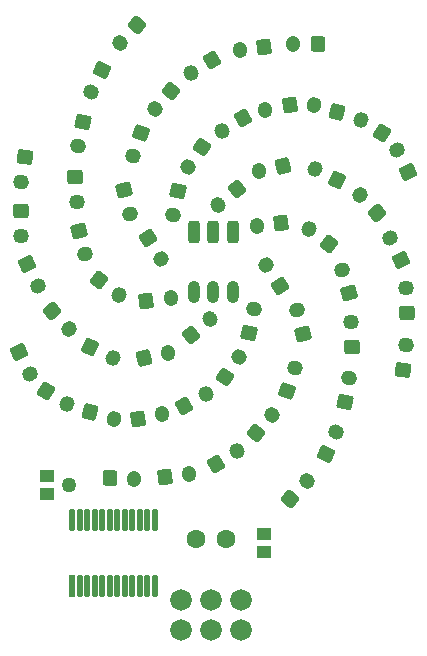
<source format=gts>
G04*
G04 #@! TF.GenerationSoftware,Altium Limited,CircuitStudio,1.5.2 (30)*
G04*
G04 Layer_Color=16750848*
%FSLAX25Y25*%
%MOIN*%
G70*
G01*
G75*
G04:AMPARAMS|DCode=85|XSize=48mil|YSize=52mil|CornerRadius=21.6mil|HoleSize=0mil|Usage=FLASHONLY|Rotation=47.000|XOffset=0mil|YOffset=0mil|HoleType=Round|Shape=RoundedRectangle|*
%AMROUNDEDRECTD85*
21,1,0.04800,0.00880,0,0,47.0*
21,1,0.00480,0.05200,0,0,47.0*
1,1,0.04320,0.00486,-0.00125*
1,1,0.04320,0.00158,-0.00476*
1,1,0.04320,-0.00486,0.00125*
1,1,0.04320,-0.00158,0.00476*
%
%ADD85ROUNDEDRECTD85*%
G04:AMPARAMS|DCode=86|XSize=48mil|YSize=52mil|CornerRadius=8.4mil|HoleSize=0mil|Usage=FLASHONLY|Rotation=47.000|XOffset=0mil|YOffset=0mil|HoleType=Round|Shape=RoundedRectangle|*
%AMROUNDEDRECTD86*
21,1,0.04800,0.03520,0,0,47.0*
21,1,0.03120,0.05200,0,0,47.0*
1,1,0.01680,0.02351,-0.00059*
1,1,0.01680,0.00223,-0.02341*
1,1,0.01680,-0.02351,0.00059*
1,1,0.01680,-0.00223,0.02341*
%
%ADD86ROUNDEDRECTD86*%
%ADD87O,0.04100X0.07400*%
G04:AMPARAMS|DCode=88|XSize=41mil|YSize=74mil|CornerRadius=10.6mil|HoleSize=0mil|Usage=FLASHONLY|Rotation=0.000|XOffset=0mil|YOffset=0mil|HoleType=Round|Shape=RoundedRectangle|*
%AMROUNDEDRECTD88*
21,1,0.04100,0.05280,0,0,0.0*
21,1,0.01980,0.07400,0,0,0.0*
1,1,0.02120,0.00990,-0.02640*
1,1,0.02120,-0.00990,-0.02640*
1,1,0.02120,-0.00990,0.02640*
1,1,0.02120,0.00990,0.02640*
%
%ADD88ROUNDEDRECTD88*%
%ADD89O,0.02217X0.07690*%
%ADD90R,0.02217X0.07690*%
G04:AMPARAMS|DCode=91|XSize=48mil|YSize=52mil|CornerRadius=21.6mil|HoleSize=0mil|Usage=FLASHONLY|Rotation=65.000|XOffset=0mil|YOffset=0mil|HoleType=Round|Shape=RoundedRectangle|*
%AMROUNDEDRECTD91*
21,1,0.04800,0.00880,0,0,65.0*
21,1,0.00480,0.05200,0,0,65.0*
1,1,0.04320,0.00500,0.00032*
1,1,0.04320,0.00297,-0.00404*
1,1,0.04320,-0.00500,-0.00032*
1,1,0.04320,-0.00297,0.00404*
%
%ADD91ROUNDEDRECTD91*%
G04:AMPARAMS|DCode=92|XSize=48mil|YSize=52mil|CornerRadius=8.4mil|HoleSize=0mil|Usage=FLASHONLY|Rotation=65.000|XOffset=0mil|YOffset=0mil|HoleType=Round|Shape=RoundedRectangle|*
%AMROUNDEDRECTD92*
21,1,0.04800,0.03520,0,0,65.0*
21,1,0.03120,0.05200,0,0,65.0*
1,1,0.01680,0.02254,0.00670*
1,1,0.01680,0.00936,-0.02158*
1,1,0.01680,-0.02254,-0.00670*
1,1,0.01680,-0.00936,0.02158*
%
%ADD92ROUNDEDRECTD92*%
G04:AMPARAMS|DCode=93|XSize=48mil|YSize=52mil|CornerRadius=21.6mil|HoleSize=0mil|Usage=FLASHONLY|Rotation=79.000|XOffset=0mil|YOffset=0mil|HoleType=Round|Shape=RoundedRectangle|*
%AMROUNDEDRECTD93*
21,1,0.04800,0.00880,0,0,79.0*
21,1,0.00480,0.05200,0,0,79.0*
1,1,0.04320,0.00478,0.00152*
1,1,0.04320,0.00386,-0.00320*
1,1,0.04320,-0.00478,-0.00152*
1,1,0.04320,-0.00386,0.00320*
%
%ADD93ROUNDEDRECTD93*%
G04:AMPARAMS|DCode=94|XSize=48mil|YSize=52mil|CornerRadius=8.4mil|HoleSize=0mil|Usage=FLASHONLY|Rotation=79.000|XOffset=0mil|YOffset=0mil|HoleType=Round|Shape=RoundedRectangle|*
%AMROUNDEDRECTD94*
21,1,0.04800,0.03520,0,0,79.0*
21,1,0.03120,0.05200,0,0,79.0*
1,1,0.01680,0.02025,0.01196*
1,1,0.01680,0.01430,-0.01867*
1,1,0.01680,-0.02025,-0.01196*
1,1,0.01680,-0.01430,0.01867*
%
%ADD94ROUNDEDRECTD94*%
G04:AMPARAMS|DCode=95|XSize=48mil|YSize=52mil|CornerRadius=21.6mil|HoleSize=0mil|Usage=FLASHONLY|Rotation=93.000|XOffset=0mil|YOffset=0mil|HoleType=Round|Shape=RoundedRectangle|*
%AMROUNDEDRECTD95*
21,1,0.04800,0.00880,0,0,93.0*
21,1,0.00480,0.05200,0,0,93.0*
1,1,0.04320,0.00427,0.00263*
1,1,0.04320,0.00452,-0.00217*
1,1,0.04320,-0.00427,-0.00263*
1,1,0.04320,-0.00452,0.00217*
%
%ADD95ROUNDEDRECTD95*%
G04:AMPARAMS|DCode=96|XSize=48mil|YSize=52mil|CornerRadius=8.4mil|HoleSize=0mil|Usage=FLASHONLY|Rotation=93.000|XOffset=0mil|YOffset=0mil|HoleType=Round|Shape=RoundedRectangle|*
%AMROUNDEDRECTD96*
21,1,0.04800,0.03520,0,0,93.0*
21,1,0.03120,0.05200,0,0,93.0*
1,1,0.01680,0.01676,0.01650*
1,1,0.01680,0.01839,-0.01466*
1,1,0.01680,-0.01676,-0.01650*
1,1,0.01680,-0.01839,0.01466*
%
%ADD96ROUNDEDRECTD96*%
G04:AMPARAMS|DCode=97|XSize=48mil|YSize=52mil|CornerRadius=21.6mil|HoleSize=0mil|Usage=FLASHONLY|Rotation=144.000|XOffset=0mil|YOffset=0mil|HoleType=Round|Shape=RoundedRectangle|*
%AMROUNDEDRECTD97*
21,1,0.04800,0.00880,0,0,144.0*
21,1,0.00480,0.05200,0,0,144.0*
1,1,0.04320,0.00065,0.00497*
1,1,0.04320,0.00453,0.00215*
1,1,0.04320,-0.00065,-0.00497*
1,1,0.04320,-0.00453,-0.00215*
%
%ADD97ROUNDEDRECTD97*%
G04:AMPARAMS|DCode=98|XSize=48mil|YSize=52mil|CornerRadius=8.4mil|HoleSize=0mil|Usage=FLASHONLY|Rotation=144.000|XOffset=0mil|YOffset=0mil|HoleType=Round|Shape=RoundedRectangle|*
%AMROUNDEDRECTD98*
21,1,0.04800,0.03520,0,0,144.0*
21,1,0.03120,0.05200,0,0,144.0*
1,1,0.01680,-0.00228,0.02341*
1,1,0.01680,0.02297,0.00507*
1,1,0.01680,0.00228,-0.02341*
1,1,0.01680,-0.02297,-0.00507*
%
%ADD98ROUNDEDRECTD98*%
G04:AMPARAMS|DCode=99|XSize=48mil|YSize=52mil|CornerRadius=21.6mil|HoleSize=0mil|Usage=FLASHONLY|Rotation=188.000|XOffset=0mil|YOffset=0mil|HoleType=Round|Shape=RoundedRectangle|*
%AMROUNDEDRECTD99*
21,1,0.04800,0.00880,0,0,188.0*
21,1,0.00480,0.05200,0,0,188.0*
1,1,0.04320,-0.00299,0.00402*
1,1,0.04320,0.00176,0.00469*
1,1,0.04320,0.00299,-0.00402*
1,1,0.04320,-0.00176,-0.00469*
%
%ADD99ROUNDEDRECTD99*%
G04:AMPARAMS|DCode=100|XSize=48mil|YSize=52mil|CornerRadius=8.4mil|HoleSize=0mil|Usage=FLASHONLY|Rotation=188.000|XOffset=0mil|YOffset=0mil|HoleType=Round|Shape=RoundedRectangle|*
%AMROUNDEDRECTD100*
21,1,0.04800,0.03520,0,0,188.0*
21,1,0.03120,0.05200,0,0,188.0*
1,1,0.01680,-0.01790,0.01526*
1,1,0.01680,0.01300,0.01960*
1,1,0.01680,0.01790,-0.01526*
1,1,0.01680,-0.01300,-0.01960*
%
%ADD100ROUNDEDRECTD100*%
G04:AMPARAMS|DCode=101|XSize=48mil|YSize=52mil|CornerRadius=21.6mil|HoleSize=0mil|Usage=FLASHONLY|Rotation=220.000|XOffset=0mil|YOffset=0mil|HoleType=Round|Shape=RoundedRectangle|*
%AMROUNDEDRECTD101*
21,1,0.04800,0.00880,0,0,220.0*
21,1,0.00480,0.05200,0,0,220.0*
1,1,0.04320,-0.00467,0.00183*
1,1,0.04320,-0.00099,0.00491*
1,1,0.04320,0.00467,-0.00183*
1,1,0.04320,0.00099,-0.00491*
%
%ADD101ROUNDEDRECTD101*%
G04:AMPARAMS|DCode=102|XSize=48mil|YSize=52mil|CornerRadius=8.4mil|HoleSize=0mil|Usage=FLASHONLY|Rotation=220.000|XOffset=0mil|YOffset=0mil|HoleType=Round|Shape=RoundedRectangle|*
%AMROUNDEDRECTD102*
21,1,0.04800,0.03520,0,0,220.0*
21,1,0.03120,0.05200,0,0,220.0*
1,1,0.01680,-0.02326,0.00346*
1,1,0.01680,0.00064,0.02351*
1,1,0.01680,0.02326,-0.00346*
1,1,0.01680,-0.00064,-0.02351*
%
%ADD102ROUNDEDRECTD102*%
G04:AMPARAMS|DCode=103|XSize=48mil|YSize=52mil|CornerRadius=21.6mil|HoleSize=0mil|Usage=FLASHONLY|Rotation=193.000|XOffset=0mil|YOffset=0mil|HoleType=Round|Shape=RoundedRectangle|*
%AMROUNDEDRECTD103*
21,1,0.04800,0.00880,0,0,193.0*
21,1,0.00480,0.05200,0,0,193.0*
1,1,0.04320,-0.00333,0.00375*
1,1,0.04320,0.00135,0.00483*
1,1,0.04320,0.00333,-0.00375*
1,1,0.04320,-0.00135,-0.00483*
%
%ADD103ROUNDEDRECTD103*%
G04:AMPARAMS|DCode=104|XSize=48mil|YSize=52mil|CornerRadius=8.4mil|HoleSize=0mil|Usage=FLASHONLY|Rotation=193.000|XOffset=0mil|YOffset=0mil|HoleType=Round|Shape=RoundedRectangle|*
%AMROUNDEDRECTD104*
21,1,0.04800,0.03520,0,0,193.0*
21,1,0.03120,0.05200,0,0,193.0*
1,1,0.01680,-0.01916,0.01364*
1,1,0.01680,0.01124,0.02066*
1,1,0.01680,0.01916,-0.01364*
1,1,0.01680,-0.01124,-0.02066*
%
%ADD104ROUNDEDRECTD104*%
G04:AMPARAMS|DCode=105|XSize=48mil|YSize=52mil|CornerRadius=21.6mil|HoleSize=0mil|Usage=FLASHONLY|Rotation=155.000|XOffset=0mil|YOffset=0mil|HoleType=Round|Shape=RoundedRectangle|*
%AMROUNDEDRECTD105*
21,1,0.04800,0.00880,0,0,155.0*
21,1,0.00480,0.05200,0,0,155.0*
1,1,0.04320,-0.00032,0.00500*
1,1,0.04320,0.00404,0.00297*
1,1,0.04320,0.00032,-0.00500*
1,1,0.04320,-0.00404,-0.00297*
%
%ADD105ROUNDEDRECTD105*%
G04:AMPARAMS|DCode=106|XSize=48mil|YSize=52mil|CornerRadius=8.4mil|HoleSize=0mil|Usage=FLASHONLY|Rotation=155.000|XOffset=0mil|YOffset=0mil|HoleType=Round|Shape=RoundedRectangle|*
%AMROUNDEDRECTD106*
21,1,0.04800,0.03520,0,0,155.0*
21,1,0.03120,0.05200,0,0,155.0*
1,1,0.01680,-0.00670,0.02254*
1,1,0.01680,0.02158,0.00936*
1,1,0.01680,0.00670,-0.02254*
1,1,0.01680,-0.02158,-0.00936*
%
%ADD106ROUNDEDRECTD106*%
G04:AMPARAMS|DCode=107|XSize=48mil|YSize=52mil|CornerRadius=21.6mil|HoleSize=0mil|Usage=FLASHONLY|Rotation=133.000|XOffset=0mil|YOffset=0mil|HoleType=Round|Shape=RoundedRectangle|*
%AMROUNDEDRECTD107*
21,1,0.04800,0.00880,0,0,133.0*
21,1,0.00480,0.05200,0,0,133.0*
1,1,0.04320,0.00158,0.00476*
1,1,0.04320,0.00486,0.00125*
1,1,0.04320,-0.00158,-0.00476*
1,1,0.04320,-0.00486,-0.00125*
%
%ADD107ROUNDEDRECTD107*%
G04:AMPARAMS|DCode=108|XSize=48mil|YSize=52mil|CornerRadius=8.4mil|HoleSize=0mil|Usage=FLASHONLY|Rotation=133.000|XOffset=0mil|YOffset=0mil|HoleType=Round|Shape=RoundedRectangle|*
%AMROUNDEDRECTD108*
21,1,0.04800,0.03520,0,0,133.0*
21,1,0.03120,0.05200,0,0,133.0*
1,1,0.01680,0.00223,0.02341*
1,1,0.01680,0.02351,0.00059*
1,1,0.01680,-0.00223,-0.02341*
1,1,0.01680,-0.02351,-0.00059*
%
%ADD108ROUNDEDRECTD108*%
G04:AMPARAMS|DCode=109|XSize=48mil|YSize=52mil|CornerRadius=21.6mil|HoleSize=0mil|Usage=FLASHONLY|Rotation=116.000|XOffset=0mil|YOffset=0mil|HoleType=Round|Shape=RoundedRectangle|*
%AMROUNDEDRECTD109*
21,1,0.04800,0.00880,0,0,116.0*
21,1,0.00480,0.05200,0,0,116.0*
1,1,0.04320,0.00290,0.00409*
1,1,0.04320,0.00501,-0.00023*
1,1,0.04320,-0.00290,-0.00409*
1,1,0.04320,-0.00501,0.00023*
%
%ADD109ROUNDEDRECTD109*%
G04:AMPARAMS|DCode=110|XSize=48mil|YSize=52mil|CornerRadius=8.4mil|HoleSize=0mil|Usage=FLASHONLY|Rotation=116.000|XOffset=0mil|YOffset=0mil|HoleType=Round|Shape=RoundedRectangle|*
%AMROUNDEDRECTD110*
21,1,0.04800,0.03520,0,0,116.0*
21,1,0.03120,0.05200,0,0,116.0*
1,1,0.01680,0.00898,0.02174*
1,1,0.01680,0.02266,-0.00631*
1,1,0.01680,-0.00898,-0.02174*
1,1,0.01680,-0.02266,0.00631*
%
%ADD110ROUNDEDRECTD110*%
G04:AMPARAMS|DCode=111|XSize=48mil|YSize=52mil|CornerRadius=21.6mil|HoleSize=0mil|Usage=FLASHONLY|Rotation=91.000|XOffset=0mil|YOffset=0mil|HoleType=Round|Shape=RoundedRectangle|*
%AMROUNDEDRECTD111*
21,1,0.04800,0.00880,0,0,91.0*
21,1,0.00480,0.05200,0,0,91.0*
1,1,0.04320,0.00436,0.00248*
1,1,0.04320,0.00444,-0.00232*
1,1,0.04320,-0.00436,-0.00248*
1,1,0.04320,-0.00444,0.00232*
%
%ADD111ROUNDEDRECTD111*%
G04:AMPARAMS|DCode=112|XSize=48mil|YSize=52mil|CornerRadius=8.4mil|HoleSize=0mil|Usage=FLASHONLY|Rotation=91.000|XOffset=0mil|YOffset=0mil|HoleType=Round|Shape=RoundedRectangle|*
%AMROUNDEDRECTD112*
21,1,0.04800,0.03520,0,0,91.0*
21,1,0.03120,0.05200,0,0,91.0*
1,1,0.01680,0.01733,0.01591*
1,1,0.01680,0.01787,-0.01529*
1,1,0.01680,-0.01733,-0.01591*
1,1,0.01680,-0.01787,0.01529*
%
%ADD112ROUNDEDRECTD112*%
G04:AMPARAMS|DCode=113|XSize=48mil|YSize=52mil|CornerRadius=21.6mil|HoleSize=0mil|Usage=FLASHONLY|Rotation=82.000|XOffset=0mil|YOffset=0mil|HoleType=Round|Shape=RoundedRectangle|*
%AMROUNDEDRECTD113*
21,1,0.04800,0.00880,0,0,82.0*
21,1,0.00480,0.05200,0,0,82.0*
1,1,0.04320,0.00469,0.00176*
1,1,0.04320,0.00402,-0.00299*
1,1,0.04320,-0.00469,-0.00176*
1,1,0.04320,-0.00402,0.00299*
%
%ADD113ROUNDEDRECTD113*%
G04:AMPARAMS|DCode=114|XSize=48mil|YSize=52mil|CornerRadius=8.4mil|HoleSize=0mil|Usage=FLASHONLY|Rotation=82.000|XOffset=0mil|YOffset=0mil|HoleType=Round|Shape=RoundedRectangle|*
%AMROUNDEDRECTD114*
21,1,0.04800,0.03520,0,0,82.0*
21,1,0.03120,0.05200,0,0,82.0*
1,1,0.01680,0.01960,0.01300*
1,1,0.01680,0.01526,-0.01790*
1,1,0.01680,-0.01960,-0.01300*
1,1,0.01680,-0.01526,0.01790*
%
%ADD114ROUNDEDRECTD114*%
G04:AMPARAMS|DCode=115|XSize=48mil|YSize=52mil|CornerRadius=21.6mil|HoleSize=0mil|Usage=FLASHONLY|Rotation=258.000|XOffset=0mil|YOffset=0mil|HoleType=Round|Shape=RoundedRectangle|*
%AMROUNDEDRECTD115*
21,1,0.04800,0.00880,0,0,258.0*
21,1,0.00480,0.05200,0,0,258.0*
1,1,0.04320,-0.00480,-0.00143*
1,1,0.04320,-0.00381,0.00326*
1,1,0.04320,0.00480,0.00143*
1,1,0.04320,0.00381,-0.00326*
%
%ADD115ROUNDEDRECTD115*%
G04:AMPARAMS|DCode=116|XSize=48mil|YSize=52mil|CornerRadius=8.4mil|HoleSize=0mil|Usage=FLASHONLY|Rotation=258.000|XOffset=0mil|YOffset=0mil|HoleType=Round|Shape=RoundedRectangle|*
%AMROUNDEDRECTD116*
21,1,0.04800,0.03520,0,0,258.0*
21,1,0.03120,0.05200,0,0,258.0*
1,1,0.01680,-0.02046,-0.01160*
1,1,0.01680,-0.01397,0.01892*
1,1,0.01680,0.02046,0.01160*
1,1,0.01680,0.01397,-0.01892*
%
%ADD116ROUNDEDRECTD116*%
G04:AMPARAMS|DCode=117|XSize=48mil|YSize=52mil|CornerRadius=21.6mil|HoleSize=0mil|Usage=FLASHONLY|Rotation=235.000|XOffset=0mil|YOffset=0mil|HoleType=Round|Shape=RoundedRectangle|*
%AMROUNDEDRECTD117*
21,1,0.04800,0.00880,0,0,235.0*
21,1,0.00480,0.05200,0,0,235.0*
1,1,0.04320,-0.00498,0.00056*
1,1,0.04320,-0.00223,0.00449*
1,1,0.04320,0.00498,-0.00056*
1,1,0.04320,0.00223,-0.00449*
%
%ADD117ROUNDEDRECTD117*%
G04:AMPARAMS|DCode=118|XSize=48mil|YSize=52mil|CornerRadius=8.4mil|HoleSize=0mil|Usage=FLASHONLY|Rotation=235.000|XOffset=0mil|YOffset=0mil|HoleType=Round|Shape=RoundedRectangle|*
%AMROUNDEDRECTD118*
21,1,0.04800,0.03520,0,0,235.0*
21,1,0.03120,0.05200,0,0,235.0*
1,1,0.01680,-0.02337,-0.00268*
1,1,0.01680,-0.00547,0.02287*
1,1,0.01680,0.02337,0.00268*
1,1,0.01680,0.00547,-0.02287*
%
%ADD118ROUNDEDRECTD118*%
G04:AMPARAMS|DCode=119|XSize=48mil|YSize=52mil|CornerRadius=21.6mil|HoleSize=0mil|Usage=FLASHONLY|Rotation=210.000|XOffset=0mil|YOffset=0mil|HoleType=Round|Shape=RoundedRectangle|*
%AMROUNDEDRECTD119*
21,1,0.04800,0.00880,0,0,210.0*
21,1,0.00480,0.05200,0,0,210.0*
1,1,0.04320,-0.00428,0.00261*
1,1,0.04320,-0.00012,0.00501*
1,1,0.04320,0.00428,-0.00261*
1,1,0.04320,0.00012,-0.00501*
%
%ADD119ROUNDEDRECTD119*%
G04:AMPARAMS|DCode=120|XSize=48mil|YSize=52mil|CornerRadius=8.4mil|HoleSize=0mil|Usage=FLASHONLY|Rotation=210.000|XOffset=0mil|YOffset=0mil|HoleType=Round|Shape=RoundedRectangle|*
%AMROUNDEDRECTD120*
21,1,0.04800,0.03520,0,0,210.0*
21,1,0.03120,0.05200,0,0,210.0*
1,1,0.01680,-0.02231,0.00744*
1,1,0.01680,0.00471,0.02304*
1,1,0.01680,0.02231,-0.00744*
1,1,0.01680,-0.00471,-0.02304*
%
%ADD120ROUNDEDRECTD120*%
G04:AMPARAMS|DCode=121|XSize=48mil|YSize=52mil|CornerRadius=21.6mil|HoleSize=0mil|Usage=FLASHONLY|Rotation=190.000|XOffset=0mil|YOffset=0mil|HoleType=Round|Shape=RoundedRectangle|*
%AMROUNDEDRECTD121*
21,1,0.04800,0.00880,0,0,190.0*
21,1,0.00480,0.05200,0,0,190.0*
1,1,0.04320,-0.00313,0.00392*
1,1,0.04320,0.00160,0.00475*
1,1,0.04320,0.00313,-0.00392*
1,1,0.04320,-0.00160,-0.00475*
%
%ADD121ROUNDEDRECTD121*%
G04:AMPARAMS|DCode=122|XSize=48mil|YSize=52mil|CornerRadius=8.4mil|HoleSize=0mil|Usage=FLASHONLY|Rotation=190.000|XOffset=0mil|YOffset=0mil|HoleType=Round|Shape=RoundedRectangle|*
%AMROUNDEDRECTD122*
21,1,0.04800,0.03520,0,0,190.0*
21,1,0.03120,0.05200,0,0,190.0*
1,1,0.01680,-0.01842,0.01462*
1,1,0.01680,0.01231,0.02004*
1,1,0.01680,0.01842,-0.01462*
1,1,0.01680,-0.01231,-0.02004*
%
%ADD122ROUNDEDRECTD122*%
G04:AMPARAMS|DCode=123|XSize=48mil|YSize=52mil|CornerRadius=21.6mil|HoleSize=0mil|Usage=FLASHONLY|Rotation=165.000|XOffset=0mil|YOffset=0mil|HoleType=Round|Shape=RoundedRectangle|*
%AMROUNDEDRECTD123*
21,1,0.04800,0.00880,0,0,165.0*
21,1,0.00480,0.05200,0,0,165.0*
1,1,0.04320,-0.00118,0.00487*
1,1,0.04320,0.00346,0.00363*
1,1,0.04320,0.00118,-0.00487*
1,1,0.04320,-0.00346,-0.00363*
%
%ADD123ROUNDEDRECTD123*%
G04:AMPARAMS|DCode=124|XSize=48mil|YSize=52mil|CornerRadius=8.4mil|HoleSize=0mil|Usage=FLASHONLY|Rotation=165.000|XOffset=0mil|YOffset=0mil|HoleType=Round|Shape=RoundedRectangle|*
%AMROUNDEDRECTD124*
21,1,0.04800,0.03520,0,0,165.0*
21,1,0.03120,0.05200,0,0,165.0*
1,1,0.01680,-0.01051,0.02104*
1,1,0.01680,0.01962,0.01296*
1,1,0.01680,0.01051,-0.02104*
1,1,0.01680,-0.01962,-0.01296*
%
%ADD124ROUNDEDRECTD124*%
G04:AMPARAMS|DCode=125|XSize=48mil|YSize=52mil|CornerRadius=21.6mil|HoleSize=0mil|Usage=FLASHONLY|Rotation=148.000|XOffset=0mil|YOffset=0mil|HoleType=Round|Shape=RoundedRectangle|*
%AMROUNDEDRECTD125*
21,1,0.04800,0.00880,0,0,148.0*
21,1,0.00480,0.05200,0,0,148.0*
1,1,0.04320,0.00030,0.00500*
1,1,0.04320,0.00437,0.00246*
1,1,0.04320,-0.00030,-0.00500*
1,1,0.04320,-0.00437,-0.00246*
%
%ADD125ROUNDEDRECTD125*%
G04:AMPARAMS|DCode=126|XSize=48mil|YSize=52mil|CornerRadius=8.4mil|HoleSize=0mil|Usage=FLASHONLY|Rotation=148.000|XOffset=0mil|YOffset=0mil|HoleType=Round|Shape=RoundedRectangle|*
%AMROUNDEDRECTD126*
21,1,0.04800,0.03520,0,0,148.0*
21,1,0.03120,0.05200,0,0,148.0*
1,1,0.01680,-0.00390,0.02319*
1,1,0.01680,0.02256,0.00666*
1,1,0.01680,0.00390,-0.02319*
1,1,0.01680,-0.02256,-0.00666*
%
%ADD126ROUNDEDRECTD126*%
G04:AMPARAMS|DCode=127|XSize=48mil|YSize=52mil|CornerRadius=21.6mil|HoleSize=0mil|Usage=FLASHONLY|Rotation=115.000|XOffset=0mil|YOffset=0mil|HoleType=Round|Shape=RoundedRectangle|*
%AMROUNDEDRECTD127*
21,1,0.04800,0.00880,0,0,115.0*
21,1,0.00480,0.05200,0,0,115.0*
1,1,0.04320,0.00297,0.00404*
1,1,0.04320,0.00500,-0.00032*
1,1,0.04320,-0.00297,-0.00404*
1,1,0.04320,-0.00500,0.00032*
%
%ADD127ROUNDEDRECTD127*%
G04:AMPARAMS|DCode=128|XSize=48mil|YSize=52mil|CornerRadius=8.4mil|HoleSize=0mil|Usage=FLASHONLY|Rotation=115.000|XOffset=0mil|YOffset=0mil|HoleType=Round|Shape=RoundedRectangle|*
%AMROUNDEDRECTD128*
21,1,0.04800,0.03520,0,0,115.0*
21,1,0.03120,0.05200,0,0,115.0*
1,1,0.01680,0.00936,0.02158*
1,1,0.01680,0.02254,-0.00670*
1,1,0.01680,-0.00936,-0.02158*
1,1,0.01680,-0.02254,0.00670*
%
%ADD128ROUNDEDRECTD128*%
G04:AMPARAMS|DCode=129|XSize=48mil|YSize=52mil|CornerRadius=21.6mil|HoleSize=0mil|Usage=FLASHONLY|Rotation=303.000|XOffset=0mil|YOffset=0mil|HoleType=Round|Shape=RoundedRectangle|*
%AMROUNDEDRECTD129*
21,1,0.04800,0.00880,0,0,303.0*
21,1,0.00480,0.05200,0,0,303.0*
1,1,0.04320,-0.00238,-0.00441*
1,1,0.04320,-0.00500,-0.00038*
1,1,0.04320,0.00238,0.00441*
1,1,0.04320,0.00500,0.00038*
%
%ADD129ROUNDEDRECTD129*%
G04:AMPARAMS|DCode=130|XSize=48mil|YSize=52mil|CornerRadius=8.4mil|HoleSize=0mil|Usage=FLASHONLY|Rotation=303.000|XOffset=0mil|YOffset=0mil|HoleType=Round|Shape=RoundedRectangle|*
%AMROUNDEDRECTD130*
21,1,0.04800,0.03520,0,0,303.0*
21,1,0.03120,0.05200,0,0,303.0*
1,1,0.01680,-0.00626,-0.02267*
1,1,0.01680,-0.02326,0.00350*
1,1,0.01680,0.00626,0.02267*
1,1,0.01680,0.02326,-0.00350*
%
%ADD130ROUNDEDRECTD130*%
G04:AMPARAMS|DCode=131|XSize=48mil|YSize=52mil|CornerRadius=21.6mil|HoleSize=0mil|Usage=FLASHONLY|Rotation=284.000|XOffset=0mil|YOffset=0mil|HoleType=Round|Shape=RoundedRectangle|*
%AMROUNDEDRECTD131*
21,1,0.04800,0.00880,0,0,284.0*
21,1,0.00480,0.05200,0,0,284.0*
1,1,0.04320,-0.00369,-0.00339*
1,1,0.04320,-0.00485,0.00126*
1,1,0.04320,0.00369,0.00339*
1,1,0.04320,0.00485,-0.00126*
%
%ADD131ROUNDEDRECTD131*%
G04:AMPARAMS|DCode=132|XSize=48mil|YSize=52mil|CornerRadius=8.4mil|HoleSize=0mil|Usage=FLASHONLY|Rotation=284.000|XOffset=0mil|YOffset=0mil|HoleType=Round|Shape=RoundedRectangle|*
%AMROUNDEDRECTD132*
21,1,0.04800,0.03520,0,0,284.0*
21,1,0.03120,0.05200,0,0,284.0*
1,1,0.01680,-0.01330,-0.01939*
1,1,0.01680,-0.02085,0.01088*
1,1,0.01680,0.01330,0.01939*
1,1,0.01680,0.02085,-0.01088*
%
%ADD132ROUNDEDRECTD132*%
G04:AMPARAMS|DCode=133|XSize=48mil|YSize=52mil|CornerRadius=21.6mil|HoleSize=0mil|Usage=FLASHONLY|Rotation=251.000|XOffset=0mil|YOffset=0mil|HoleType=Round|Shape=RoundedRectangle|*
%AMROUNDEDRECTD133*
21,1,0.04800,0.00880,0,0,251.0*
21,1,0.00480,0.05200,0,0,251.0*
1,1,0.04320,-0.00494,-0.00084*
1,1,0.04320,-0.00338,0.00370*
1,1,0.04320,0.00494,0.00084*
1,1,0.04320,0.00338,-0.00370*
%
%ADD133ROUNDEDRECTD133*%
G04:AMPARAMS|DCode=134|XSize=48mil|YSize=52mil|CornerRadius=8.4mil|HoleSize=0mil|Usage=FLASHONLY|Rotation=251.000|XOffset=0mil|YOffset=0mil|HoleType=Round|Shape=RoundedRectangle|*
%AMROUNDEDRECTD134*
21,1,0.04800,0.03520,0,0,251.0*
21,1,0.03120,0.05200,0,0,251.0*
1,1,0.01680,-0.02172,-0.00902*
1,1,0.01680,-0.01156,0.02048*
1,1,0.01680,0.02172,0.00902*
1,1,0.01680,0.01156,-0.02048*
%
%ADD134ROUNDEDRECTD134*%
G04:AMPARAMS|DCode=135|XSize=48mil|YSize=52mil|CornerRadius=21.6mil|HoleSize=0mil|Usage=FLASHONLY|Rotation=229.000|XOffset=0mil|YOffset=0mil|HoleType=Round|Shape=RoundedRectangle|*
%AMROUNDEDRECTD135*
21,1,0.04800,0.00880,0,0,229.0*
21,1,0.00480,0.05200,0,0,229.0*
1,1,0.04320,-0.00490,0.00108*
1,1,0.04320,-0.00175,0.00470*
1,1,0.04320,0.00490,-0.00108*
1,1,0.04320,0.00175,-0.00470*
%
%ADD135ROUNDEDRECTD135*%
G04:AMPARAMS|DCode=136|XSize=48mil|YSize=52mil|CornerRadius=8.4mil|HoleSize=0mil|Usage=FLASHONLY|Rotation=229.000|XOffset=0mil|YOffset=0mil|HoleType=Round|Shape=RoundedRectangle|*
%AMROUNDEDRECTD136*
21,1,0.04800,0.03520,0,0,229.0*
21,1,0.03120,0.05200,0,0,229.0*
1,1,0.01680,-0.02352,-0.00023*
1,1,0.01680,-0.00305,0.02332*
1,1,0.01680,0.02352,0.00023*
1,1,0.01680,0.00305,-0.02332*
%
%ADD136ROUNDEDRECTD136*%
G04:AMPARAMS|DCode=137|XSize=48mil|YSize=52mil|CornerRadius=21.6mil|HoleSize=0mil|Usage=FLASHONLY|Rotation=211.000|XOffset=0mil|YOffset=0mil|HoleType=Round|Shape=RoundedRectangle|*
%AMROUNDEDRECTD137*
21,1,0.04800,0.00880,0,0,211.0*
21,1,0.00480,0.05200,0,0,211.0*
1,1,0.04320,-0.00432,0.00254*
1,1,0.04320,-0.00021,0.00501*
1,1,0.04320,0.00432,-0.00254*
1,1,0.04320,0.00021,-0.00501*
%
%ADD137ROUNDEDRECTD137*%
G04:AMPARAMS|DCode=138|XSize=48mil|YSize=52mil|CornerRadius=8.4mil|HoleSize=0mil|Usage=FLASHONLY|Rotation=211.000|XOffset=0mil|YOffset=0mil|HoleType=Round|Shape=RoundedRectangle|*
%AMROUNDEDRECTD138*
21,1,0.04800,0.03520,0,0,211.0*
21,1,0.03120,0.05200,0,0,211.0*
1,1,0.01680,-0.02244,0.00705*
1,1,0.01680,0.00431,0.02312*
1,1,0.01680,0.02244,-0.00705*
1,1,0.01680,-0.00431,-0.02312*
%
%ADD138ROUNDEDRECTD138*%
G04:AMPARAMS|DCode=139|XSize=48mil|YSize=52mil|CornerRadius=21.6mil|HoleSize=0mil|Usage=FLASHONLY|Rotation=179.000|XOffset=0mil|YOffset=0mil|HoleType=Round|Shape=RoundedRectangle|*
%AMROUNDEDRECTD139*
21,1,0.04800,0.00880,0,0,179.0*
21,1,0.00480,0.05200,0,0,179.0*
1,1,0.04320,-0.00232,0.00444*
1,1,0.04320,0.00248,0.00436*
1,1,0.04320,0.00232,-0.00444*
1,1,0.04320,-0.00248,-0.00436*
%
%ADD139ROUNDEDRECTD139*%
G04:AMPARAMS|DCode=140|XSize=48mil|YSize=52mil|CornerRadius=8.4mil|HoleSize=0mil|Usage=FLASHONLY|Rotation=179.000|XOffset=0mil|YOffset=0mil|HoleType=Round|Shape=RoundedRectangle|*
%AMROUNDEDRECTD140*
21,1,0.04800,0.03520,0,0,179.0*
21,1,0.03120,0.05200,0,0,179.0*
1,1,0.01680,-0.01529,0.01787*
1,1,0.01680,0.01591,0.01733*
1,1,0.01680,0.01529,-0.01787*
1,1,0.01680,-0.01591,-0.01733*
%
%ADD140ROUNDEDRECTD140*%
G04:AMPARAMS|DCode=141|XSize=48mil|YSize=52mil|CornerRadius=21.6mil|HoleSize=0mil|Usage=FLASHONLY|Rotation=358.000|XOffset=0mil|YOffset=0mil|HoleType=Round|Shape=RoundedRectangle|*
%AMROUNDEDRECTD141*
21,1,0.04800,0.00880,0,0,358.0*
21,1,0.00480,0.05200,0,0,358.0*
1,1,0.04320,0.00225,-0.00448*
1,1,0.04320,-0.00255,-0.00431*
1,1,0.04320,-0.00225,0.00448*
1,1,0.04320,0.00255,0.00431*
%
%ADD141ROUNDEDRECTD141*%
G04:AMPARAMS|DCode=142|XSize=48mil|YSize=52mil|CornerRadius=8.4mil|HoleSize=0mil|Usage=FLASHONLY|Rotation=358.000|XOffset=0mil|YOffset=0mil|HoleType=Round|Shape=RoundedRectangle|*
%AMROUNDEDRECTD142*
21,1,0.04800,0.03520,0,0,358.0*
21,1,0.03120,0.05200,0,0,358.0*
1,1,0.01680,0.01498,-0.01813*
1,1,0.01680,-0.01621,-0.01705*
1,1,0.01680,-0.01498,0.01813*
1,1,0.01680,0.01621,0.01705*
%
%ADD142ROUNDEDRECTD142*%
G04:AMPARAMS|DCode=143|XSize=48mil|YSize=52mil|CornerRadius=21.6mil|HoleSize=0mil|Usage=FLASHONLY|Rotation=285.000|XOffset=0mil|YOffset=0mil|HoleType=Round|Shape=RoundedRectangle|*
%AMROUNDEDRECTD143*
21,1,0.04800,0.00880,0,0,285.0*
21,1,0.00480,0.05200,0,0,285.0*
1,1,0.04320,-0.00363,-0.00346*
1,1,0.04320,-0.00487,0.00118*
1,1,0.04320,0.00363,0.00346*
1,1,0.04320,0.00487,-0.00118*
%
%ADD143ROUNDEDRECTD143*%
G04:AMPARAMS|DCode=144|XSize=48mil|YSize=52mil|CornerRadius=8.4mil|HoleSize=0mil|Usage=FLASHONLY|Rotation=285.000|XOffset=0mil|YOffset=0mil|HoleType=Round|Shape=RoundedRectangle|*
%AMROUNDEDRECTD144*
21,1,0.04800,0.03520,0,0,285.0*
21,1,0.03120,0.05200,0,0,285.0*
1,1,0.01680,-0.01296,-0.01962*
1,1,0.01680,-0.02104,0.01051*
1,1,0.01680,0.01296,0.01962*
1,1,0.01680,0.02104,-0.01051*
%
%ADD144ROUNDEDRECTD144*%
G04:AMPARAMS|DCode=145|XSize=48mil|YSize=52mil|CornerRadius=21.6mil|HoleSize=0mil|Usage=FLASHONLY|Rotation=106.000|XOffset=0mil|YOffset=0mil|HoleType=Round|Shape=RoundedRectangle|*
%AMROUNDEDRECTD145*
21,1,0.04800,0.00880,0,0,106.0*
21,1,0.00480,0.05200,0,0,106.0*
1,1,0.04320,0.00357,0.00352*
1,1,0.04320,0.00489,-0.00109*
1,1,0.04320,-0.00357,-0.00352*
1,1,0.04320,-0.00489,0.00109*
%
%ADD145ROUNDEDRECTD145*%
G04:AMPARAMS|DCode=146|XSize=48mil|YSize=52mil|CornerRadius=8.4mil|HoleSize=0mil|Usage=FLASHONLY|Rotation=106.000|XOffset=0mil|YOffset=0mil|HoleType=Round|Shape=RoundedRectangle|*
%AMROUNDEDRECTD146*
21,1,0.04800,0.03520,0,0,106.0*
21,1,0.03120,0.05200,0,0,106.0*
1,1,0.01680,0.01262,0.01985*
1,1,0.01680,0.02122,-0.01015*
1,1,0.01680,-0.01262,-0.01985*
1,1,0.01680,-0.02122,0.01015*
%
%ADD146ROUNDEDRECTD146*%
%ADD147R,0.04737X0.03950*%
%ADD148C,0.06300*%
%ADD149C,0.07200*%
%ADD150C,0.05000*%
D85*
X5080996Y2887299D02*
D03*
X5018804Y3033101D02*
D03*
D86*
X5075404Y2881301D02*
D03*
X5024396Y3039099D02*
D03*
D87*
X5049784Y2950201D02*
D03*
X5043284Y2950201D02*
D03*
X5056284Y2950201D02*
D03*
D88*
X5043284Y2970201D02*
D03*
X5056284Y2970201D02*
D03*
X5049784Y2970201D02*
D03*
D89*
X5007800Y2874100D02*
D03*
X5007800Y2852360D02*
D03*
X5012800Y2874100D02*
D03*
X5012800Y2852360D02*
D03*
X5017800Y2874100D02*
D03*
X5017800Y2852360D02*
D03*
X5022800Y2874100D02*
D03*
X5022800Y2852360D02*
D03*
X5027800Y2874100D02*
D03*
X5027800Y2852360D02*
D03*
X5002800Y2874100D02*
D03*
X5010300Y2874100D02*
D03*
X5010300Y2852360D02*
D03*
X5015300Y2874100D02*
D03*
X5015300Y2852360D02*
D03*
X5020300Y2874100D02*
D03*
X5020300Y2852360D02*
D03*
X5025300Y2874100D02*
D03*
X5025300Y2852360D02*
D03*
X5030300Y2874100D02*
D03*
X5030300Y2852360D02*
D03*
X5005300Y2874100D02*
D03*
X5005300Y2852360D02*
D03*
D90*
X5002800Y2852360D02*
D03*
D91*
X5090733Y2903516D02*
D03*
X5009067Y3016884D02*
D03*
D92*
X5087267Y2896084D02*
D03*
X5012533Y3024316D02*
D03*
D93*
X5095120Y2921593D02*
D03*
X5004680Y2998807D02*
D03*
D94*
X5093555Y2913544D02*
D03*
X5006245Y3006857D02*
D03*
D95*
X5095527Y2940097D02*
D03*
X5004273Y2980303D02*
D03*
D96*
X5095956Y2931908D02*
D03*
X5003844Y2988492D02*
D03*
D97*
X5081570Y2971121D02*
D03*
X5018230Y2949279D02*
D03*
D98*
X5088204Y2966302D02*
D03*
X5011596Y2954099D02*
D03*
D99*
X5064225Y2972070D02*
D03*
X5058540Y3030829D02*
D03*
X5041760Y2889571D02*
D03*
X5035575Y2948330D02*
D03*
D100*
X5072345Y2973211D02*
D03*
X5066660Y3031971D02*
D03*
X5033640Y2888429D02*
D03*
X5027455Y2947189D02*
D03*
D101*
X5051259Y2979264D02*
D03*
X5048541Y2941135D02*
D03*
D102*
X5057541Y2984535D02*
D03*
X5042259Y2935865D02*
D03*
D103*
X5065005Y2990478D02*
D03*
X5034795Y2929922D02*
D03*
D104*
X5072995Y2992322D02*
D03*
X5026805Y2928078D02*
D03*
D105*
X5083584Y2991133D02*
D03*
X5016216Y2928267D02*
D03*
D106*
X5091016Y2987667D02*
D03*
X5008784Y2931733D02*
D03*
D107*
X5098704Y2982598D02*
D03*
X5001696Y2937802D02*
D03*
D108*
X5104296Y2976601D02*
D03*
X4996104Y2943799D02*
D03*
D109*
X5108603Y2968285D02*
D03*
X4991198Y2952115D02*
D03*
D110*
X5112197Y2960915D02*
D03*
X4987603Y2959485D02*
D03*
D111*
X5114128Y2951399D02*
D03*
X4985672Y2968901D02*
D03*
D112*
X5114272Y2943201D02*
D03*
X4985529Y2977099D02*
D03*
D113*
X5114071Y2932460D02*
D03*
X4985729Y2986940D02*
D03*
D114*
X5112929Y2924340D02*
D03*
X4986871Y2995060D02*
D03*
D115*
X5036448Y2975790D02*
D03*
X5063352Y2944610D02*
D03*
D116*
X5038152Y2983810D02*
D03*
X5061647Y2936589D02*
D03*
D117*
X5041448Y2991742D02*
D03*
X5058352Y2928658D02*
D03*
D118*
X5046152Y2998458D02*
D03*
X5053648Y2921942D02*
D03*
D119*
X5052549Y3004050D02*
D03*
X5047251Y2916350D02*
D03*
D120*
X5059651Y3008150D02*
D03*
X5040149Y2912250D02*
D03*
D121*
X5067162Y3010988D02*
D03*
X5032638Y2909412D02*
D03*
D122*
X5075238Y3012412D02*
D03*
X5024562Y2907988D02*
D03*
D123*
X5083240Y3012461D02*
D03*
X5016560Y2907939D02*
D03*
D124*
X5091160Y3010339D02*
D03*
X5008640Y2910061D02*
D03*
D125*
X5098923Y3007473D02*
D03*
X5000877Y2912927D02*
D03*
D126*
X5105877Y3003127D02*
D03*
X4993923Y2917273D02*
D03*
D127*
X5111167Y2997616D02*
D03*
X4988633Y2922784D02*
D03*
D128*
X5114632Y2990184D02*
D03*
X4985167Y2930216D02*
D03*
D129*
X5032333Y2961262D02*
D03*
X5067467Y2959138D02*
D03*
D130*
X5027867Y2968139D02*
D03*
X5071933Y2952261D02*
D03*
D131*
X5022108Y2976274D02*
D03*
X5077657Y2944125D02*
D03*
D132*
X5020124Y2984230D02*
D03*
X5079641Y2936168D02*
D03*
D133*
X5022865Y2995423D02*
D03*
X5076935Y2924977D02*
D03*
D134*
X5025535Y3003176D02*
D03*
X5074265Y2917224D02*
D03*
D135*
X5030410Y3011106D02*
D03*
X5069390Y2909294D02*
D03*
D136*
X5035790Y3017294D02*
D03*
X5064010Y2903106D02*
D03*
D137*
X5042186Y3023288D02*
D03*
X5057614Y2897112D02*
D03*
D138*
X5049215Y3027512D02*
D03*
X5050586Y2892888D02*
D03*
D139*
X5076401Y3032972D02*
D03*
D140*
X5084599Y3032828D02*
D03*
D141*
X5023397Y2887857D02*
D03*
D142*
X5015202Y2888143D02*
D03*
D143*
X5007161Y2962740D02*
D03*
D144*
X5005039Y2970660D02*
D03*
D145*
X5092770Y2957641D02*
D03*
D146*
X5095030Y2949759D02*
D03*
D147*
X5066800Y2869600D02*
D03*
Y2863700D02*
D03*
X4994300Y2888900D02*
D03*
Y2883000D02*
D03*
D148*
X5053900Y2867800D02*
D03*
X5043900D02*
D03*
D149*
X5039100Y2847700D02*
D03*
X5039000Y2837700D02*
D03*
X5049000D02*
D03*
X5059000D02*
D03*
X5059100Y2847700D02*
D03*
X5049100D02*
D03*
D150*
X5001600Y2886000D02*
D03*
M02*

</source>
